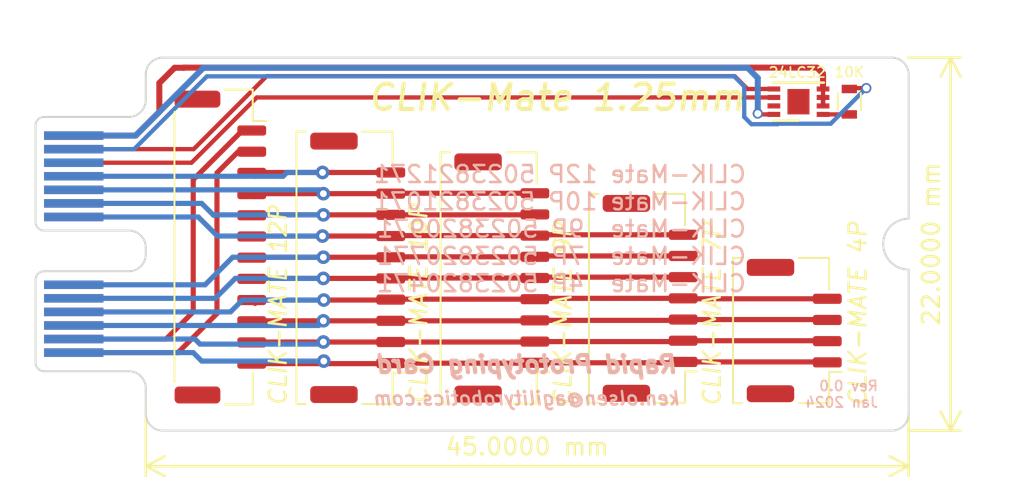
<source format=kicad_pcb>
(kicad_pcb (version 20211014) (generator pcbnew)
  (title_block (title "Beetje 32U4 Blok") (date "2018-08-10") (rev "0.0") (company "www.MakersBox.us") (comment 1 "648.ken@gmail.com"))
  (layers (0 "F.Cu" signal) (31 "B.Cu" signal) (34 "B.Paste" user) (35 "F.Paste" user) (36 "B.SilkS" user "B.Silkscreen") (37 "F.SilkS" user "F.Silkscreen") (38 "B.Mask" user) (39 "F.Mask" user) (44 "Edge.Cuts" user))
  (net 0 "")
  (net 1 "/10")
  (net 2 "/01")
  (net 3 "/02")
  (net 4 "/04")
  (net 5 "/05")
  (net 6 "/06")
  (net 7 "/07")
  (net 8 "/08")
  (net 9 "/09")
  (net 10 "/11")
  (net 11 "/12")
  (net 12 "/13")
  (net 13 "/14")
  (net 14 "/15")
  (net 15 "/16")
  (net 16 "/17")
  (net 17 "/18")
  (net 18 "/19")
  (net 19 "/20")
  (net 20 "/03")
  (net 21 "/D2_SDA")
  (net 22 "GND")
  (net 23 "/D3_SCL")
  (net 24 "+5V")
  (net 25 "/A")
  (net 26 "Net-(R1-Pad1)")
  (net 28 "/RESET")
  (footprint "footprints:MEC8-113-CARD_2" (layer "F.Cu") (at 0 -0.1 90)
    (fp_text reference "X0")
    (fp_text value "Card Edge")
    (fp_line (start -1 47.5) (end -1 7.5) (layer "Edge.Cuts") (width 0.12))
    (fp_line (start 17.5 0.5) (end 17.5 5.5) (layer "Edge.Cuts") (width 0.12))
    (fp_line (start 8.5 51.5) (end 1 51.5) (layer "Edge.Cuts") (width 0.12))
    (fp_line (start 8.4 0.5) (end 8.4 5.5) (layer "Edge.Cuts") (width 0.12))
    (fp_line (start 19 51.5) (end 20 51.5) (layer "Edge.Cuts") (width 0.12))
    (fp_line (start 19 6.5) (end 20 6.5) (layer "Edge.Cuts") (width 0.12))
    (fp_line (start 2.5 0.5) (end 2.5 5.5) (layer "Edge.Cuts") (width 0.12))
    (fp_line (start 0 6.5) (end 1 6.5) (layer "Edge.Cuts") (width 0.12))
    (fp_line (start 17 0) (end 11.3 0) (layer "Edge.Cuts") (width 0.12))
    (fp_line (start 21 50.5) (end 21 47.5) (layer "Edge.Cuts") (width 0.12))
    (fp_line (start 1 6.5) (end 1.5 6.5) (layer "Edge.Cuts") (width 0.12))
    (fp_line (start 21 7.5) (end 21 47.5) (layer "Edge.Cuts") (width 0.12))
    (fp_line (start -1 50.5) (end -1 47.5) (layer "Edge.Cuts") (width 0.12))
    (fp_line (start 0 51.5) (end 1 51.5) (layer "Edge.Cuts") (width 0.12))
    (fp_line (start 18.5 6.5) (end 19 6.5) (layer "Edge.Cuts") (width 0.12))
    (fp_line (start 10.8 5.5) (end 10.8 0.5) (layer "Edge.Cuts") (width 0.12))
    (fp_line (start 11.5 51.5) (end 19 51.5) (layer "Edge.Cuts") (width 0.12))
    (fp_line (start 3 0) (end 7.9 0) (layer "Edge.Cuts") (width 0.12))
    (fp_line (start 9.4 6.5) (end 9.8 6.5) (layer "Edge.Cuts") (width 0.12))
    (fp_arc (start -1 7.5) (mid -0.707107 6.792893) (end 0 6.5) (layer "Edge.Cuts") (width 0.12))
    (fp_arc (start 2.5 5.5) (mid 2.207107 6.207107) (end 1.5 6.5) (layer "Edge.Cuts") (width 0.12))
    (fp_arc (start 17 0) (mid 17.353553 0.146447) (end 17.5 0.5) (layer "Edge.Cuts") (width 0.12))
    (fp_arc (start 21 50.5) (mid 20.707107 51.207107) (end 20 51.5) (layer "Edge.Cuts") (width 0.12))
    (fp_arc (start 18.5 6.5) (mid 17.792893 6.207107) (end 17.5 5.5) (layer "Edge.Cuts") (width 0.12))
    (fp_arc (start 9.4 6.5) (mid 8.692893 6.207107) (end 8.4 5.5) (layer "Edge.Cuts") (width 0.12))
    (fp_arc (start 0 51.5) (mid -0.707107 51.207107) (end -1 50.5) (layer "Edge.Cuts") (width 0.12))
    (fp_arc (start 10.8 0.5) (mid 10.946447 0.146447) (end 11.3 0) (layer "Edge.Cuts") (width 0.12))
    (fp_arc (start 8.5 51.5) (mid 10 50) (end 11.5 51.5) (layer "Edge.Cuts") (width 0.12))
    (fp_arc (start 10.8 5.5) (mid 10.507107 6.207107) (end 9.8 6.5) (layer "Edge.Cuts") (width 0.12))
    (fp_arc (start 2.5 0.5) (mid 2.646447 0.146447) (end 3 0) (layer "Edge.Cuts") (width 0.12))
    (fp_arc (start 20 6.5) (mid 20.707107 6.792893) (end 21 7.5) (layer "Edge.Cuts") (width 0.12))
    (fp_arc (start 7.9 0) (mid 8.253553 0.146447) (end 8.4 0.5) (layer "Edge.Cuts") (width 0.12))
    (pad "1" smd rect locked (at 3.6 2.25 90) (size 0.5 3.5) (layers "B.Cu" "B.Paste" "B.Mask") (net 2 "/01"))
    (pad "2" smd rect locked (at 4.4 2.25 90) (size 0.5 3.5) (layers "B.Cu" "B.Paste" "B.Mask") (net 3 "/02"))
    (pad "3" smd rect locked (at 5.2 2.25 90) (size 0.5 3.5) (layers "B.Cu" "B.Paste" "B.Mask") (net 20 "/03"))
    (pad "4" smd rect locked (at 6 2.25 90) (size 0.5 3.5) (layers "B.Cu" "B.Paste" "B.Mask") (net 4 "/04"))
    (pad "5" smd rect locked (at 6.8 2.25 90) (size 0.5 3.5) (layers "B.Cu" "B.Paste" "B.Mask") (net 5 "/05"))
    (pad "6" smd rect locked (at 7.6 2.25 90) (size 0.5 3.5) (layers "B.Cu" "B.Paste" "B.Mask") (net 6 "/06"))
    (pad "7" smd rect locked (at 11.6 2.25 90) (size 0.5 3.5) (layers "B.Cu" "B.Paste" "B.Mask") (net 7 "/07"))
    (pad "8" smd rect locked (at 12.4 2.25 90) (size 0.5 3.5) (layers "B.Cu" "B.Paste" "B.Mask") (net 8 "/08"))
    (pad "9" smd rect locked (at 13.2 2.25 90) (size 0.5 3.5) (layers "B.Cu" "B.Paste" "B.Mask") (net 9 "/09"))
    (pad "10" smd rect locked (at 14 2.25 90) (size 0.5 3.5) (layers "B.Cu" "B.Paste" "B.Mask") (net 1 "/10"))
    (pad "11" smd rect locked (at 14.8 2.25 90) (size 0.5 3.5) (layers "B.Cu" "B.Paste" "B.Mask") (net 28 "/RESET"))
    (pad "12" smd rect locked (at 15.6 2.25 90) (size 0.5 3.5) (layers "B.Cu" "B.Paste" "B.Mask") (net 25 "/A"))
    (pad "13" smd rect locked (at 16.4 2.25 90) (size 0.5 3.5) (layers "B.Cu" "B.Paste" "B.Mask") (net 24 "+5V"))
    (pad "14" smd rect locked (at 3.6 2.25 90) (size 0.5 3.5) (layers "F.Cu" "F.Paste" "F.Mask") (net 10 "/11"))
    (pad "15" smd rect locked (at 4.4 2.25 90) (size 0.5 3.5) (layers "F.Cu" "F.Paste" "F.Mask") (net 11 "/12"))
    (pad "16" smd rect locked (at 5.2 2.25 90) (size 0.5 3.5) (layers "F.Cu" "F.Paste" "F.Mask") (net 12 "/13"))
    (pad "17" smd rect locked (at 6 2.25 90) (size 0.5 3.5) (layers "F.Cu" "F.Paste" "F.Mask") (net 13 "/14"))
    (pad "18" smd rect locked (at 6.8 2.25 90) (size 0.5 3.5) (layers "F.Cu" "F.Paste" "F.Mask") (net 14 "/15"))
    (pad "19" smd rect locked (at 7.6 2.25 90) (size 0.5 3.5) (layers "F.Cu" "F.Paste" "F.Mask") (net 15 "/16"))
    (pad "20" smd rect locked (at 11.6 2.25 90) (size 0.5 3.5) (layers "F.Cu" "F.Paste" "F.Mask") (net 16 "/17"))
    (pad "21" smd rect locked (at 12.4 2.25 90) (size 0.5 3.5) (layers "F.Cu" "F.Paste" "F.Mask") (net 17 "/18"))
    (pad "22" smd rect locked (at 13.2 2.25 90) (size 0.5 3.5) (layers "F.Cu" "F.Paste" "F.Mask") (net 18 "/19"))
    (pad "23" smd rect locked (at 14 2.25 90) (size 0.5 3.5) (layers "F.Cu" "F.Paste" "F.Mask") (net 19 "/20"))
    (pad "24" smd rect locked (at 14.8 2.25 90) (size 0.5 3.5) (layers "F.Cu" "F.Paste" "F.Mask") (net 23 "/D3_SCL"))
    (pad "25" smd rect locked (at 15.6 2.25 90) (size 0.5 3.5) (layers "F.Cu" "F.Paste" "F.Mask") (net 21 "/D2_SDA"))
    (pad "26" smd rect locked (at 16.4 2.25 90) (size 0.5 3.5) (layers "F.Cu" "F.Paste" "F.Mask") (net 22 "GND"))
  )
  (footprint "footprints:DFN-8-1EP_3x2mm" (layer "F.Cu") (at 45 -18.5 180)
    (fp_text reference "U1" hide)
    (fp_text value "24LC32" (at 0.075 1.725 180) (layer "F.SilkS") (effects (font (size 0.6 0.6) (thickness 0.1))))
    (fp_line (start -1.5 1.125) (end 1.5 1.125) (layer "F.SilkS") (width 0.15))
    (fp_line (start 0 -1.125) (end 1.5 -1.125) (layer "F.SilkS") (width 0.15))
    (pad "1" smd rect locked (at -1.45 -0.75 180) (size 0.75 0.3) (layers "F.Cu" "F.Paste" "F.Mask") (net 26 "Net-(R1-Pad1)"))
    (pad "2" smd rect locked (at -1.45 -0.25 180) (size 0.75 0.3) (layers "F.Cu" "F.Paste" "F.Mask") (net 22 "GND"))
    (pad "3" smd rect locked (at -1.45 0.25 180) (size 0.75 0.3) (layers "F.Cu" "F.Paste" "F.Mask") (net 22 "GND"))
    (pad "4" smd rect locked (at -1.45 0.75 180) (size 0.75 0.3) (layers "F.Cu" "F.Paste" "F.Mask") (net 22 "GND"))
    (pad "5" smd rect locked (at 1.45 0.75 180) (size 0.75 0.3) (layers "F.Cu" "F.Paste" "F.Mask") (net 21 "/D2_SDA"))
    (pad "6" smd rect locked (at 1.45 0.25 180) (size 0.75 0.3) (layers "F.Cu" "F.Paste" "F.Mask") (net 23 "/D3_SCL"))
    (pad "7" smd rect locked (at 1.45 -0.25 180) (size 0.75 0.3) (layers "F.Cu" "F.Paste" "F.Mask"))
    (pad "8" smd rect locked (at 1.45 -0.75 180) (size 0.75 0.3) (layers "F.Cu" "F.Paste" "F.Mask") (net 24 "+5V"))
    (pad "9" smd rect locked (at 0 0 180) (size 1.3 1.5) (layers "F.Cu" "F.Mask"))
  )
  (footprint "footprints:R_0603" (layer "F.Cu") (at 48 -18.5 90)
    (fp_text reference "R1")
    (fp_text value "10K" (at 1.75 0) (layer "F.SilkS") (effects (font (size 0.6 0.6) (thickness 0.1))))
    (fp_line (start -0.5 -0.68) (end 0.5 -0.68) (layer "F.SilkS") (width 0.12))
    (fp_line (start 0.5 0.68) (end -0.5 0.68) (layer "F.SilkS") (width 0.12))
    (pad "1" smd rect locked (at -0.75 0 90) (size 0.5 0.9) (layers "F.Cu" "F.Paste" "F.Mask") (net 26 "Net-(R1-Pad1)"))
    (pad "2" smd rect locked (at 0.75 0 90) (size 0.5 0.9) (layers "F.Cu" "F.Paste" "F.Mask") (net 25 "/A"))
  )
  (footprint "Connector_Molex:Molex_CLIK-Mate_502382-0970_1x09-1MP_P1.25mm_Vertical" (layer "F.Cu") (at 27.5 -8.1 90)
    (fp_text reference "J1" hide)
    (fp_text value "CLIK-MATE 9P" (at -2.1 3.6 90) (layer "F.SilkS") (effects (font (thickness 0.15) italic)))
    (fp_line (start -5.56 2.06) (end -5.56 2.8) (layer "F.SilkS") (width 0.12))
    (fp_line (start 7.41 2.06) (end 5.56 2.06) (layer "F.SilkS") (width 0.12))
    (fp_line (start 7.41 -3.61) (end 7.41 -3.06) (layer "F.SilkS") (width 0.12))
    (fp_line (start -7.41 0.26) (end -7.41 2.06) (layer "F.SilkS") (width 0.12))
    (fp_line (start -7.41 -3.61) (end 7.41 -3.61) (layer "F.SilkS") (width 0.12))
    (fp_line (start -7.41 2.06) (end -5.56 2.06) (layer "F.SilkS") (width 0.12))
    (fp_line (start 7.41 0.26) (end 7.41 2.06) (layer "F.SilkS") (width 0.12))
    (fp_line (start -7.41 -3.06) (end -7.41 -3.61) (layer "F.SilkS") (width 0.12))
    (pad "1" smd roundrect locked (at -5 1.95 90) (size 0.6 1.7) (layers "F.Cu" "F.Paste" "F.Mask") (net 2 "/01"))
    (pad "2" smd roundrect locked (at -3.75 1.95 90) (size 0.6 1.7) (layers "F.Cu" "F.Paste" "F.Mask") (net 3 "/02"))
    (pad "3" smd roundrect locked (at -2.5 1.95 90) (size 0.6 1.7) (layers "F.Cu" "F.Paste" "F.Mask") (net 20 "/03"))
    (pad "4" smd roundrect locked (at -1.25 1.95 90) (size 0.6 1.7) (layers "F.Cu" "F.Paste" "F.Mask") (net 4 "/04"))
    (pad "5" smd roundrect locked (at 0 1.95 90) (size 0.6 1.7) (layers "F.Cu" "F.Paste" "F.Mask") (net 5 "/05"))
    (pad "6" smd roundrect locked (at 1.25 1.95 90) (size 0.6 1.7) (layers "F.Cu" "F.Paste" "F.Mask") (net 6 "/06"))
    (pad "7" smd roundrect locked (at 2.5 1.95 90) (size 0.6 1.7) (layers "F.Cu" "F.Paste" "F.Mask") (net 7 "/07"))
    (pad "8" smd roundrect locked (at 3.75 1.95 90) (size 0.6 1.7) (layers "F.Cu" "F.Paste" "F.Mask") (net 8 "/08"))
    (pad "9" smd roundrect locked (at 5 1.95 90) (size 0.6 1.7) (layers "F.Cu" "F.Paste" "F.Mask") (net 9 "/09"))
    (pad "MP" smd roundrect locked (at -6.85 -1.4 90) (size 1 2.8) (layers "F.Cu" "F.Paste" "F.Mask"))
    (pad "MP" smd roundrect locked (at 6.85 -1.4 90) (size 1 2.8) (layers "F.Cu" "F.Paste" "F.Mask"))
  )
  (footprint "Connector_Molex:Molex_CLIK-Mate_502382-0470_1x04-1MP_P1.25mm_Vertical" (layer "F.Cu") (at 44.75 -5 90)
    (fp_text reference "J2" hide)
    (fp_text value "CLIK-MATE 4P" (at 1 3.75 90) (layer "F.SilkS") (effects (font (thickness 0.15) italic)))
    (fp_line (start 4.285 2.06) (end 2.435 2.06) (layer "F.SilkS") (width 0.12))
    (fp_line (start -2.435 2.06) (end -2.435 2.8) (layer "F.SilkS") (width 0.12))
    (fp_line (start 4.285 -3.61) (end 4.285 -3.06) (layer "F.SilkS") (width 0.12))
    (fp_line (start -4.285 -3.06) (end -4.285 -3.61) (layer "F.SilkS") (width 0.12))
    (fp_line (start -4.285 2.06) (end -2.435 2.06) (layer "F.SilkS") (width 0.12))
    (fp_line (start -4.285 0.26) (end -4.285 2.06) (layer "F.SilkS") (width 0.12))
    (fp_line (start -4.285 -3.61) (end 4.285 -3.61) (layer "F.SilkS") (width 0.12))
    (fp_line (start 4.285 0.26) (end 4.285 2.06) (layer "F.SilkS") (width 0.12))
    (pad "1" smd roundrect locked (at -1.875 1.95 90) (size 0.6 1.7) (layers "F.Cu" "F.Paste" "F.Mask") (net 2 "/01"))
    (pad "2" smd roundrect locked (at -0.625 1.95 90) (size 0.6 1.7) (layers "F.Cu" "F.Paste" "F.Mask") (net 3 "/02"))
    (pad "3" smd roundrect locked (at 0.625 1.95 90) (size 0.6 1.7) (layers "F.Cu" "F.Paste" "F.Mask") (net 20 "/03"))
    (pad "4" smd roundrect locked (at 1.875 1.95 90) (size 0.6 1.7) (layers "F.Cu" "F.Paste" "F.Mask") (net 4 "/04"))
    (pad "MP" smd roundrect locked (at -3.725 -1.4 90) (size 1 2.8) (layers "F.Cu" "F.Paste" "F.Mask"))
    (pad "MP" smd roundrect locked (at 3.725 -1.4 90) (size 1 2.8) (layers "F.Cu" "F.Paste" "F.Mask"))
  )
  (footprint "Connector_Molex:Molex_CLIK-Mate_502386-1270_1x12-1MP_P1.25mm_Horizontal" (layer "F.Cu") (at 10.9 -9.925 -90)
    (fp_text reference "J4" hide)
    (fp_text value "CLIK-MATE 12P" (at 3.425 -3.4 -90) (layer "F.SilkS") (effects (font (thickness 0.15) italic)))
    (fp_line (start 9.285 -0.26) (end 9.285 -1.91) (layer "F.SilkS") (width 0.12))
    (fp_line (start -9.285 -0.26) (end -9.285 -1.91) (layer "F.SilkS") (width 0.12))
    (fp_line (start -7.435 -1.91) (end -7.435 -2.7) (layer "F.SilkS") (width 0.12))
    (fp_line (start 9.285 -1.91) (end 7.435 -1.91) (layer "F.SilkS") (width 0.12))
    (fp_line (start -9.285 -1.91) (end -7.435 -1.91) (layer "F.SilkS") (width 0.12))
    (fp_line (start -7.965 2.71) (end 7.965 2.71) (layer "F.SilkS") (width 0.12))
    (pad "1" smd roundrect (at 6.875 -1.85 270) (size 0.6 1.7) (layers "F.Cu" "F.Paste" "F.Mask") (net 2 "/01"))
    (pad "2" smd roundrect (at 5.625 -1.85 270) (size 0.6 1.7) (layers "F.Cu" "F.Paste" "F.Mask") (net 3 "/02"))
    (pad "3" smd roundrect (at 4.375 -1.85 270) (size 0.6 1.7) (layers "F.Cu" "F.Paste" "F.Mask") (net 20 "/03"))
    (pad "4" smd roundrect (at 3.125 -1.85 270) (size 0.6 1.7) (layers "F.Cu" "F.Paste" "F.Mask") (net 4 "/04"))
    (pad "5" smd roundrect (at 1.875 -1.85 270) (size 0.6 1.7) (layers "F.Cu" "F.Paste" "F.Mask") (net 5 "/05"))
    (pad "6" smd roundrect (at 0.625 -1.85 270) (size 0.6 1.7) (layers "F.Cu" "F.Paste" "F.Mask") (net 6 "/06"))
    (pad "7" smd roundrect (at -0.625 -1.85 270) (size 0.6 1.7) (layers "F.Cu" "F.Paste" "F.Mask") (net 7 "/07"))
    (pad "8" smd roundrect (at -1.875 -1.85 270) (size 0.6 1.7) (layers "F.Cu" "F.Paste" "F.Mask") (net 8 "/08"))
    (pad "9" smd roundrect (at -3.125 -1.85 270) (size 0.6 1.7) (layers "F.Cu" "F.Paste" "F.Mask") (net 9 "/09"))
    (pad "10" smd roundrect (at -4.375 -1.85 270) (size 0.6 1.7) (layers "F.Cu" "F.Paste" "F.Mask") (net 1 "/10"))
    (pad "11" smd roundrect (at -5.625 -1.85 270) (size 0.6 1.7) (layers "F.Cu" "F.Paste" "F.Mask") (net 10 "/11"))
    (pad "12" smd roundrect (at -6.875 -1.85 270) (size 0.6 1.7) (layers "F.Cu" "F.Paste" "F.Mask") (net 11 "/12"))
    (pad "MP" smd roundrect (at -8.725 1.35 270) (size 1 2.7) (layers "F.Cu" "F.Paste" "F.Mask"))
    (pad "MP" smd roundrect (at 8.725 1.35 270) (size 1 2.7) (layers "F.Cu" "F.Paste" "F.Mask"))
  )
  (footprint "Connector_Molex:Molex_CLIK-Mate_502382-1070_1x10-1MP_P1.25mm_Vertical" (layer "F.Cu") (at 19 -8.7 90)
    (fp_text reference "J5")
    (fp_text value "CLIK-MATE 10P" (at -2.1 3.6 90) (layer "F.SilkS") (effects (font (thickness 0.15) italic)))
    (fp_line (start -8.035 0.26) (end -8.035 2.06) (layer "F.SilkS") (width 0.12))
    (fp_line (start -8.035 -3.06) (end -8.035 -3.61) (layer "F.SilkS") (width 0.12))
    (fp_line (start -8.035 -3.61) (end 8.035 -3.61) (layer "F.SilkS") (width 0.12))
    (fp_line (start 8.035 2.06) (end 6.185 2.06) (layer "F.SilkS") (width 0.12))
    (fp_line (start -8.035 2.06) (end -6.185 2.06) (layer "F.SilkS") (width 0.12))
    (fp_line (start 8.035 0.26) (end 8.035 2.06) (layer "F.SilkS") (width 0.12))
    (fp_line (start -6.185 2.06) (end -6.185 2.8) (layer "F.SilkS") (width 0.12))
    (fp_line (start 8.035 -3.61) (end 8.035 -3.06) (layer "F.SilkS") (width 0.12))
    (pad "1" smd roundrect (at -5.625 1.95 90) (size 0.6 1.7) (layers "F.Cu" "F.Paste" "F.Mask") (net 2 "/01"))
    (pad "2" smd roundrect (at -4.375 1.95 90) (size 0.6 1.7) (layers "F.Cu" "F.Paste" "F.Mask") (net 3 "/02"))
    (pad "3" smd roundrect (at -3.125 1.95 90) (size 0.6 1.7) (layers "F.Cu" "F.Paste" "F.Mask") (net 20 "/03"))
    (pad "4" smd roundrect (at -1.875 1.95 90) (size 0.6 1.7) (layers "F.Cu" "F.Paste" "F.Mask") (net 4 "/04"))
    (pad "5" smd roundrect (at -0.625 1.95 90) (size 0.6 1.7) (layers "F.Cu" "F.Paste" "F.Mask") (net 5 "/05"))
    (pad "6" smd roundrect (at 0.625 1.95 90) (size 0.6 1.7) (layers "F.Cu" "F.Paste" "F.Mask") (net 6 "/06"))
    (pad "7" smd roundrect (at 1.875 1.95 90) (size 0.6 1.7) (layers "F.Cu" "F.Paste" "F.Mask") (net 7 "/07"))
    (pad "8" smd roundrect (at 3.125 1.95 90) (size 0.6 1.7) (layers "F.Cu" "F.Paste" "F.Mask") (net 8 "/08"))
    (pad "9" smd roundrect (at 4.375 1.95 90) (size 0.6 1.7) (layers "F.Cu" "F.Paste" "F.Mask") (net 9 "/09"))
    (pad "10" smd roundrect (at 5.625 1.95 90) (size 0.6 1.7) (layers "F.Cu" "F.Paste" "F.Mask") (net 1 "/10"))
    (pad "MP" smd roundrect (at -7.475 -1.4 90) (size 1 2.8) (layers "F.Cu" "F.Paste" "F.Mask"))
    (pad "MP" smd roundrect (at 7.475 -1.4 90) (size 1 2.8) (layers "F.Cu" "F.Paste" "F.Mask"))
  )
  (footprint "Connector_Molex:Molex_CLIK-Mate_502382-0770_1x07-1MP_P1.25mm_Vertical" (layer "F.Cu") (at 36.25 -6.9 90)
    (fp_text reference "J3" hide)
    (fp_text value "CLIK-MATE 7P" (at -0.9 3.65 90) (layer "F.SilkS") (effects (font (thickness 0.15) italic)))
    (fp_line (start -6.16 2.06) (end -4.31 2.06) (layer "F.SilkS") (width 0.12))
    (fp_line (start -6.16 -3.61) (end 6.16 -3.61) (layer "F.SilkS") (width 0.12))
    (fp_line (start -6.16 0.26) (end -6.16 2.06) (layer "F.SilkS") (width 0.12))
    (fp_line (start -6.16 -3.06) (end -6.16 -3.61) (layer "F.SilkS") (width 0.12))
    (fp_line (start 6.16 2.06) (end 4.31 2.06) (layer "F.SilkS") (width 0.12))
    (fp_line (start 6.16 0.26) (end 6.16 2.06) (layer "F.SilkS") (width 0.12))
    (fp_line (start 6.16 -3.61) (end 6.16 -3.06) (layer "F.SilkS") (width 0.12))
    (fp_line (start -4.31 2.06) (end -4.31 2.8) (layer "F.SilkS") (width 0.12))
    (pad "1" smd roundrect (at -3.75 1.95 90) (size 0.6 1.7) (layers "F.Cu" "F.Paste" "F.Mask") (net 2 "/01"))
    (pad "2" smd roundrect (at -2.5 1.95 90) (size 0.6 1.7) (layers "F.Cu" "F.Paste" "F.Mask") (net 3 "/02"))
    (pad "3" smd roundrect (at -1.25 1.95 90) (size 0.6 1.7) (layers "F.Cu" "F.Paste" "F.Mask") (net 20 "/03"))
    (pad "4" smd roundrect (at 0 1.95 90) (size 0.6 1.7) (layers "F.Cu" "F.Paste" "F.Mask") (net 4 "/04"))
    (pad "5" smd roundrect (at 1.25 1.95 90) (size 0.6 1.7) (layers "F.Cu" "F.Paste" "F.Mask") (net 5 "/05"))
    (pad "6" smd roundrect (at 2.5 1.95 90) (size 0.6 1.7) (layers "F.Cu" "F.Paste" "F.Mask") (net 6 "/06"))
    (pad "7" smd roundrect (at 3.75 1.95 90) (size 0.6 1.7) (layers "F.Cu" "F.Paste" "F.Mask") (net 7 "/07"))
    (pad "MP" smd roundrect (at -5.6 -1.4 90) (size 1 2.8) (layers "F.Cu" "F.Paste" "F.Mask"))
    (pad "MP" smd roundrect (at 5.6 -1.4 90) (size 1 2.8) (layers "F.Cu" "F.Paste" "F.Mask"))
  )
  (gr_text "CLIK-Mate 12P 5023821271\nCLIK-Mate 10P 5023821071\nCLIK-Mate  9P 5023820971\nCLIK-Mate  7P 5023820771\nCLIK-Mate  4P 5023820471\n" (at 42 -11) (layer "B.SilkS") (effects (font (size 1 1)) (justify left mirror)))
  (gr_text "Rev 0.0\nJan 2024" (at 49.75 -1.25) (layer "B.SilkS") (effects (font (size 0.6 0.6) (thickness 0.1)) (justify left mirror)))
  (gr_text "ken.olsen@agilityrobotics.com" (at 29 -1) (layer "B.SilkS") (effects (font (size 0.8 0.8) (thickness 0.15) italic) (justify mirror)))
  (gr_text "Rapid Prototyping Card" (at 29 -3) (layer "B.SilkS") (effects (font (size 1 1) (thickness 0.25) italic) (justify mirror)))
  (gr_text "CLIK-Mate 1.25mm" (at 30.75 -18.75) (layer "F.SilkS") (effects (font (size 1.5 1.5) (thickness 0.25) italic)))
  (dimension (type aligned) (layer "F.SilkS") (pts (xy 51.5 -0.1) (xy 6.5 -0.1)) (height -3.1) (gr_text "45.0000 mm" (at 29 1.85) (layer "F.SilkS") (effects (font (size 1 1) (thickness 0.15)))) (format (units 2) (units_format 1) (precision 4)) (style (thickness 0.15) (arrow_length 1.27) (text_position_mode 0) (extension_height 0.58642) (extension_offset 0) keep_text_aligned))
  (dimension (type aligned) (layer "F.SilkS") (pts (xy 51.475 -21.1) (xy 51.475 0.9)) (height -2.5) (gr_text "22.0000 mm" (at 52.825 -10.1 90) (layer "F.SilkS") (effects (font (size 1 1) (thickness 0.15)))) (format (units 2) (units_format 1) (precision 4)) (style (thickness 0.15) (arrow_length 1.27) (text_position_mode 0) (extension_height 0.58642) (extension_offset 0) keep_text_aligned))
  (segment (start 12.95 -14.1) (end 12.75 -14.3) (width 0.3048) (layer "F.Cu") (net 1))
  (segment (start 20.95 -14.325) (end 12.775 -14.325) (width 0.3048) (layer "F.Cu") (net 1))
  (segment (start 12.775 -14.325) (end 12.75 -14.3) (width 0.3048) (layer "F.Cu") (net 1))
  (via (at 16.925 -14.325) (size 0.8) (drill 0.4) (layers "F.Cu" "B.Cu") (net 1))
  (segment (start 16.925 -14.325) (end 14.825 -14.325) (width 0.3048) (layer "B.Cu") (net 1))
  (segment (start 2.25 -14.1) (end 14.6 -14.1) (width 0.3048) (layer "B.Cu") (net 1))
  (segment (start 14.825 -14.325) (end 14.6 -14.1) (width 0.3048) (layer "B.Cu") (net 1))
  (segment (start 38.15 -3.1) (end 38.2 -3.15) (width 0.3048) (layer "F.Cu") (net 2))
  (segment (start 38.2 -3.15) (end 46.675 -3.15) (width 0.3048) (layer "F.Cu") (net 2))
  (segment (start 29.45 -3.1) (end 38.15 -3.1) (width 0.3048) (layer "F.Cu") (net 2))
  (segment (start 29.425 -3.075) (end 29.45 -3.1) (width 0.3048) (layer "F.Cu") (net 2))
  (segment (start 17.05 -3.05) (end 17.05 -3.15) (width 0.3048) (layer "F.Cu") (net 2))
  (segment (start 20.925 -3.1) (end 20.95 -3.075) (width 0.3048) (layer "F.Cu") (net 2))
  (segment (start 12.8 -3.1) (end 12.75 -3.05) (width 0.3048) (layer "F.Cu") (net 2))
  (segment (start 20.95 -3.075) (end 20.925 -3.05) (width 0.3048) (layer "F.Cu") (net 2))
  (segment (start 17.05 -3.05) (end 12.75 -3.05) (width 0.3048) (layer "F.Cu") (net 2))
  (segment (start 17.05 -3.15) (end 17 -3.2) (width 0.3048) (layer "F.Cu") (net 2))
  (segment (start 46.675 -3.15) (end 46.7 -3.125) (width 0.3048) (layer "F.Cu") (net 2))
  (segment (start 20.95 -3.075) (end 29.425 -3.075) (width 0.3048) (layer "F.Cu") (net 2))
  (segment (start 20.925 -3.05) (end 17.05 -3.05) (width 0.3048) (layer "F.Cu") (net 2))
  (via (at 17 -3.2) (size 0.8) (drill 0.4) (layers "F.Cu" "B.Cu") (net 2))
  (segment (start 17 -3.2) (end 9.8 -3.2) (width 0.3048) (layer "B.Cu") (net 2))
  (segment (start 9.3 -3.7) (end 2.25 -3.7) (width 0.3048) (layer "B.Cu") (net 2))
  (segment (start 9.8 -3.2) (end 9.6 -3.4) (width 0.3048) (layer "B.Cu") (net 2))
  (segment (start 9.6 -3.4) (end 9.3 -3.7) (width 0.3048) (layer "B.Cu") (net 2))
  (segment (start 38.15 -4.35) (end 38.2 -4.4) (width 0.3048) (layer "F.Cu") (net 3))
  (segment (start 29.425 -4.325) (end 29.45 -4.35) (width 0.3048) (layer "F.Cu") (net 3))
  (segment (start 20.95 -4.325) (end 12.775 -4.325) (width 0.3048) (layer "F.Cu") (net 3))
  (segment (start 12.775 -4.325) (end 12.75 -4.3) (width 0.3048) (layer "F.Cu") (net 3))
  (segment (start 20.95 -4.325) (end 29.425 -4.325) (width 0.3048) (layer "F.Cu") (net 3))
  (segment (start 20.825 -4.2) (end 20.95 -4.325) (width 0.3048) (layer "F.Cu") (net 3))
  (segment (start 46.675 -4.4) (end 46.7 -4.375) (width 0.3048) (layer "F.Cu") (net 3))
  (segment (start 38.2 -4.4) (end 46.675 -4.4) (width 0.3048) (layer "F.Cu") (net 3))
  (segment (start 12.85 -4.2) (end 12.75 -4.3) (width 0.3048) (layer "F.Cu") (net 3))
  (segment (start 29.45 -4.35) (end 38.15 -4.35) (width 0.3048) (layer "F.Cu") (net 3))
  (via (at 16.975 -4.325) (size 0.8) (drill 0.4) (layers "F.Cu" "B.Cu") (net 3))
  (segment (start 9.7 -4.2) (end 9.4 -4.5) (width 0.3048) (layer "B.Cu") (net 3))
  (segment (start 16.975 -4.325) (end 16.85 -4.2) (width 0.3048) (layer "B.Cu") (net 3))
  (segment (start 16.85 -4.2) (end 9.7 -4.2) (width 0.3048) (layer "B.Cu") (net 3))
  (segment (start 9.4 -4.5) (end 2.25 -4.5) (width 0.3048) (layer "B.Cu") (net 3))
  (segment (start 20.975 -6.85) (end 20.95 -6.825) (width 0.3048) (layer "F.Cu") (net 4))
  (segment (start 46.7 -6.875) (end 38.225 -6.875) (width 0.3048) (layer "F.Cu") (net 4))
  (segment (start 29.45 -6.85) (end 20.975 -6.85) (width 0.3048) (layer "F.Cu") (net 4))
  (segment (start 12.95 -6.6) (end 12.75 -6.8) (width 0.3048) (layer "F.Cu") (net 4))
  (segment (start 20.925 -6.8) (end 12.75 -6.8) (width 0.3048) (layer "F.Cu") (net 4))
  (segment (start 38.2 -6.9) (end 29.5 -6.9) (width 0.3048) (layer "F.Cu") (net 4))
  (segment (start 29.5 -6.9) (end 29.45 -6.85) (width 0.3048) (layer "F.Cu") (net 4))
  (segment (start 20.95 -6.825) (end 20.925 -6.8) (width 0.3048) (layer "F.Cu") (net 4))
  (segment (start 38.225 -6.875) (end 38.2 -6.9) (width 0.3048) (layer "F.Cu") (net 4))
  (via (at 17 -6.8) (size 0.8) (drill 0.4) (layers "F.Cu" "B.Cu") (net 4))
  (segment (start 11.5 -6.1) (end 2.25 -6.1) (width 0.3048) (layer "B.Cu") (net 4))
  (segment (start 12.2 -6.8) (end 11.5 -6.1) (width 0.3048) (layer "B.Cu") (net 4))
  (segment (start 17 -6.8) (end 12.2 -6.8) (width 0.3048) (layer "B.Cu") (net 4))
  (segment (start 20.95 -8.075) (end 12.775 -8.075) (width 0.3048) (layer "F.Cu") (net 5))
  (segment (start 29.45 -8.1) (end 20.975 -8.1) (width 0.3048) (layer "F.Cu") (net 5))
  (segment (start 29.5 -8.15) (end 29.45 -8.1) (width 0.3048) (layer "F.Cu") (net 5))
  (segment (start 12.8 -8) (end 12.75 -8.05) (width 0.3048) (layer "F.Cu") (net 5))
  (segment (start 38.2 -8.15) (end 29.5 -8.15) (width 0.3048) (layer "F.Cu") (net 5))
  (segment (start 12.775 -8.075) (end 12.75 -8.05) (width 0.3048) (layer "F.Cu") (net 5))
  (segment (start 20.975 -8.1) (end 20.95 -8.075) (width 0.3048) (layer "F.Cu") (net 5))
  (via (at 16.975 -8.075) (size 0.8) (drill 0.4) (layers "F.Cu" "B.Cu") (net 5))
  (segment (start 11.775 -8.075) (end 10.6 -6.9) (width 0.3048) (layer "B.Cu") (net 5))
  (segment (start 16.975 -8.075) (end 11.775 -8.075) (width 0.3048) (layer "B.Cu") (net 5))
  (segment (start 10.6 -6.9) (end 2.25 -6.9) (width 0.3048) (layer "B.Cu") (net 5))
  (segment (start 20.975 -9.35) (end 20.95 -9.325) (width 0.3048) (layer "F.Cu") (net 6))
  (segment (start 29.45 -9.35) (end 20.975 -9.35) (width 0.3048) (layer "F.Cu") (net 6))
  (segment (start 38.2 -9.4) (end 29.5 -9.4) (width 0.3048) (layer "F.Cu") (net 6))
  (segment (start 29.5 -9.4) (end 29.45 -9.35) (width 0.3048) (layer "F.Cu") (net 6))
  (segment (start 20.95 -9.325) (end 12.775 -9.325) (width 0.3048) (layer "F.Cu") (net 6))
  (segment (start 12.775 -9.325) (end 12.75 -9.3) (width 0.3048) (layer "F.Cu") (net 6))
  (via (at 16.975 -9.325) (size 0.8) (drill 0.4) (layers "F.Cu" "B.Cu") (net 6))
  (segment (start 10 -7.7) (end 2.25 -7.7) (width 0.3048) (layer "B.Cu") (net 6))
  (segment (start 11.625 -9.325) (end 10 -7.7) (width 0.3048) (layer "B.Cu") (net 6))
  (segment (start 16.975 -9.325) (end 11.625 -9.325) (width 0.3048) (layer "B.Cu") (net 6))
  (segment (start 12.775 -10.575) (end 12.75 -10.55) (width 0.3048) (layer "F.Cu") (net 7))
  (segment (start 20.95 -10.575) (end 12.775 -10.575) (width 0.3048) (layer "F.Cu") (net 7))
  (segment (start 29.5 -10.65) (end 29.45 -10.6) (width 0.3048) (layer "F.Cu") (net 7))
  (segment (start 38.2 -10.65) (end 29.5 -10.65) (width 0.3048) (layer "F.Cu") (net 7))
  (segment (start 20.975 -10.6) (end 20.95 -10.575) (width 0.3048) (layer "F.Cu") (net 7))
  (segment (start 29.45 -10.6) (end 20.975 -10.6) (width 0.3048) (layer "F.Cu") (net 7))
  (segment (start 12.8 -10.6) (end 12.75 -10.55) (width 0.3048) (layer "F.Cu") (net 7))
  (via (at 16.925 -10.575) (size 0.8) (drill 0.4) (layers "F.Cu" "B.Cu") (net 7))
  (segment (start 16.925 -10.575) (end 10.725 -10.575) (width 0.3048) (layer "B.Cu") (net 7))
  (segment (start 9.6 -11.7) (end 2.25 -11.7) (width 0.3048) (layer "B.Cu") (net 7))
  (segment (start 10.725 -10.575) (end 9.6 -11.7) (width 0.3048) (layer "B.Cu") (net 7))
  (segment (start 29.45 -11.85) (end 29.425 -11.825) (width 0.3048) (layer "F.Cu") (net 8))
  (segment (start 29.425 -11.825) (end 20.95 -11.825) (width 0.3048) (layer "F.Cu") (net 8))
  (segment (start 20.95 -11.825) (end 12.775 -11.825) (width 0.3048) (layer "F.Cu") (net 8))
  (segment (start 12.775 -11.825) (end 12.75 -11.8) (width 0.3048) (layer "F.Cu") (net 8))
  (via (at 16.975 -11.825) (size 0.8) (drill 0.4) (layers "F.Cu" "B.Cu") (net 8))
  (segment (start 9.8 -12.5) (end 2.25 -12.5) (width 0.3048) (layer "B.Cu") (net 8))
  (segment (start 16.975 -11.825) (end 10.525 -11.825) (width 0.3048) (layer "B.Cu") (net 8))
  (segment (start 10.5 -11.8) (end 9.8 -12.5) (width 0.3048) (layer "B.Cu") (net 8))
  (segment (start 10.525 -11.825) (end 10.5 -11.8) (width 0.3048) (layer "B.Cu") (net 8))
  (segment (start 12.775 -13.075) (end 12.75 -13.05) (width 0.3048) (layer "F.Cu") (net 9))
  (segment (start 20.975 -13.1) (end 20.95 -13.075) (width 0.3048) (layer "F.Cu") (net 9))
  (segment (start 20.95 -13.075) (end 12.775 -13.075) (width 0.3048) (layer "F.Cu") (net 9))
  (segment (start 12.9 -12.9) (end 12.75 -13.05) (width 0.3048) (layer "F.Cu") (net 9))
  (segment (start 29.45 -13.1) (end 20.975 -13.1) (width 0.3048) (layer "F.Cu") (net 9))
  (via (at 16.975 -13.075) (size 0.8) (drill 0.4) (layers "F.Cu" "B.Cu") (net 9))
  (segment (start 16.75 -13.3) (end 2.25 -13.3) (width 0.3048) (layer "B.Cu") (net 9))
  (segment (start 16.975 -13.075) (end 16.75 -13.3) (width 0.3048) (layer "B.Cu") (net 9))
  (segment (start 11.95 -15.55) (end 10.7 -14.3) (width 0.3048) (layer "F.Cu") (net 10))
  (segment (start 10.7 -6) (end 8.4 -3.7) (width 0.3048) (layer "F.Cu") (net 10))
  (segment (start 10.7 -14.3) (end 10.7 -6) (width 0.3048) (layer "F.Cu") (net 10))
  (segment (start 8.4 -3.7) (end 2.25 -3.7) (width 0.3048) (layer "F.Cu") (net 10))
  (segment (start 12.75 -15.55) (end 11.95 -15.55) (width 0.3048) (layer "F.Cu") (net 10))
  (segment (start 9.3 -6.1) (end 7.7 -4.5) (width 0.3048) (layer "F.Cu") (net 11))
  (segment (start 9.3 -13.9) (end 9.3 -6.1) (width 0.3048) (layer "F.Cu") (net 11))
  (segment (start 12.75 -16.8) (end 12.2 -16.8) (width 0.3048) (layer "F.Cu") (net 11))
  (segment (start 12.2 -16.8) (end 9.3 -13.9) (width 0.3048) (layer "F.Cu") (net 11))
  (segment (start 7.7 -4.5) (end 2.25 -4.5) (width 0.3048) (layer "F.Cu") (net 11))
  (segment (start 46.675 -5.65) (end 46.7 -5.625) (width 0.3048) (layer "F.Cu") (net 20))
  (segment (start 29.45 -5.6) (end 38.15 -5.6) (width 0.3048) (layer "F.Cu") (net 20))
  (segment (start 20.95 -5.575) (end 12.775 -5.575) (width 0.3048) (layer "F.Cu") (net 20))
  (segment (start 38.15 -5.6) (end 38.2 -5.65) (width 0.3048) (layer "F.Cu") (net 20))
  (segment (start 38.2 -5.65) (end 46.675 -5.65) (width 0.3048) (layer "F.Cu") (net 20))
  (segment (start 20.95 -5.575) (end 29.425 -5.575) (width 0.3048) (layer "F.Cu") (net 20))
  (segment (start 13 -5.3) (end 12.75 -5.55) (width 0.3048) (layer "F.Cu") (net 20))
  (segment (start 12.775 -5.575) (end 12.75 -5.55) (width 0.3048) (layer "F.Cu") (net 20))
  (segment (start 29.425 -5.575) (end 29.45 -5.6) (width 0.3048) (layer "F.Cu") (net 20))
  (via (at 16.975 -5.575) (size 0.8) (drill 0.4) (layers "F.Cu" "B.Cu") (net 20))
  (segment (start 16.975 -5.575) (end 16.7 -5.3) (width 0.3048) (layer "B.Cu") (net 20))
  (segment (start 16.7 -5.3) (end 2.25 -5.3) (width 0.3048) (layer "B.Cu") (net 20))
  (segment (start 14.204644 -20.004644) (end 41.237423 -20.004644) (width 0.254) (layer "F.Cu") (net 21))
  (segment (start 41.237423 -20.004644) (end 41.992066 -19.25) (width 0.254) (layer "F.Cu") (net 21))
  (segment (start 9.322026 -15.7) (end 13.62667 -20.004644) (width 0.254) (layer "F.Cu") (net 21))
  (segment (start 13.62667 -20.004644) (end 14.204644 -20.004644) (width 0.254) (layer "F.Cu") (net 21))
  (segment (start 41.992066 -19.25) (end 43.55 -19.25) (width 0.254) (layer "F.Cu") (net 21))
  (segment (start 2.25 -15.7) (end 9.322026 -15.7) (width 0.254) (layer "F.Cu") (net 21))
  (segment (start 46.45 -18.45) (end 46.45 -18.75) (width 0.254) (layer "F.Cu") (net 22))
  (segment (start 7.3 -17.9) (end 7.3 -19.6) (width 0.3556) (layer "F.Cu") (net 22))
  (segment (start 8.753478 -20.509454) (end 46.090546 -20.509454) (width 0.3556) (layer "F.Cu") (net 22))
  (segment (start 7.3 -19.6) (end 8.2 -20.5) (width 0.3556) (layer "F.Cu") (net 22))
  (segment (start 2.25 -16.5) (end 5.9 -16.5) (width 0.3556) (layer "F.Cu") (net 22))
  (segment (start 46.45 -18.45) (end 46.45 -19.25) (width 0.254) (layer "F.Cu") (net 22))
  (segment (start 8.744024 -20.5) (end 8.753478 -20.509454) (width 0.3556) (layer "F.Cu") (net 22))
  (segment (start 5.9 -16.5) (end 7.3 -17.9) (width 0.3556) (layer "F.Cu") (net 22))
  (segment (start 46.45 -18.25) (end 46.45 -18.45) (width 0.254) (layer "F.Cu") (net 22))
  (segment (start 46.45 -20.15) (end 46.45 -19.25) (width 0.3556) (layer "F.Cu") (net 22))
  (segment (start 8.2 -20.5) (end 8.744024 -20.5) (width 0.3556) (layer "F.Cu") (net 22))
  (segment (start 46.090546 -20.509454) (end 46.45 -20.15) (width 0.3556) (layer "F.Cu") (net 22))
  (segment (start 43.55 -18.75) (end 13.05 -18.75) (width 0.254) (layer "F.Cu") (net 23))
  (segment (start 13.05 -18.75) (end 9.2 -14.9) (width 0.254) (layer "F.Cu") (net 23))
  (segment (start 9.2 -14.9) (end 2.25 -14.9) (width 0.254) (layer "F.Cu") (net 23))
  (segment (start 42.65 -17.75) (end 42.6 -17.8) (width 0.254) (layer "F.Cu") (net 24))
  (segment (start 43.55 -17.75) (end 42.65 -17.75) (width 0.254) (layer "F.Cu") (net 24))
  (via (at 42.6 -17.8) (size 0.6) (drill 0.4) (layers "F.Cu" "B.Cu") (net 24))
  (segment (start 42.6 -17.8) (end 42.6 -19.9) (width 0.3556) (layer "B.Cu") (net 24))
  (segment (start 42.6 -19.9) (end 42 -20.5) (width 0.3556) (layer "B.Cu") (net 24))
  (segment (start 9.9 -20.5) (end 5.9 -16.5) (width 0.3556) (layer "B.Cu") (net 24))
  (segment (start 5.9 -16.5) (end 2.25 -16.5) (width 0.3556) (layer "B.Cu") (net 24))
  (segment (start 42 -20.5) (end 9.9 -20.5) (width 0.3556) (layer "B.Cu") (net 24))
  (segment (start 49 -19.3) (end 48.05 -19.3) (width 0.254) (layer "F.Cu") (net 25))
  (segment (start 48.05 -19.3) (end 48 -19.25) (width 0.254) (layer "F.Cu") (net 25))
  (via (at 49 -19.3) (size 0.6) (drill 0.4) (layers "F.Cu" "B.Cu") (net 25))
  (segment (start 41.8 -17.6) (end 41.8 -19.4) (width 0.254) (layer "B.Cu") (net 25))
  (segment (start 10.109098 -19.99519) (end 5.813908 -15.7) (width 0.254) (layer "B.Cu") (net 25))
  (segment (start 42.227001 -17.172999) (end 41.8 -17.6) (width 0.254) (layer "B.Cu") (net 25))
  (segment (start 49 -19.3) (end 46.9 -17.2) (width 0.254) (layer "B.Cu") (net 25))
  (segment (start 43.8 -17.2) (end 43.772999 -17.172999) (width 0.254) (layer "B.Cu") (net 25))
  (segment (start 43.772999 -17.172999) (end 42.227001 -17.172999) (width 0.254) (layer "B.Cu") (net 25))
  (segment (start 46.9 -17.2) (end 43.8 -17.2) (width 0.254) (layer "B.Cu") (net 25))
  (segment (start 41.8 -19.4) (end 41.20481 -19.99519) (width 0.254) (layer "B.Cu") (net 25))
  (segment (start 41.20481 -19.99519) (end 10.109098 -19.99519) (width 0.254) (layer "B.Cu") (net 25))
  (segment (start 5.813908 -15.7) (end 2.25 -15.7) (width 0.254) (layer "B.Cu") (net 25))
  (segment (start 48 -17.75) (end 46.45 -17.75) (width 0.254) (layer "F.Cu") (net 26))
)
</source>
